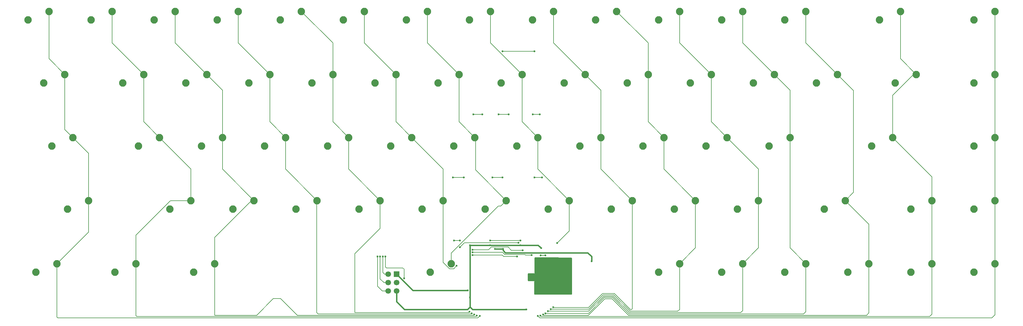
<source format=gbr>
%TF.GenerationSoftware,KiCad,Pcbnew,9.0.1*%
%TF.CreationDate,2025-04-24T13:53:35-06:00*%
%TF.ProjectId,PCBv1,50434276-312e-46b6-9963-61645f706362,rev?*%
%TF.SameCoordinates,Original*%
%TF.FileFunction,Copper,L1,Top*%
%TF.FilePolarity,Positive*%
%FSLAX46Y46*%
G04 Gerber Fmt 4.6, Leading zero omitted, Abs format (unit mm)*
G04 Created by KiCad (PCBNEW 9.0.1) date 2025-04-24 13:53:35*
%MOMM*%
%LPD*%
G01*
G04 APERTURE LIST*
%TA.AperFunction,ComponentPad*%
%ADD10C,2.250000*%
%TD*%
%TA.AperFunction,ComponentPad*%
%ADD11C,1.700000*%
%TD*%
%TA.AperFunction,ComponentPad*%
%ADD12R,1.700000X1.700000*%
%TD*%
%TA.AperFunction,ViaPad*%
%ADD13C,0.600000*%
%TD*%
%TA.AperFunction,Conductor*%
%ADD14C,0.381000*%
%TD*%
%TA.AperFunction,Conductor*%
%ADD15C,0.200000*%
%TD*%
G04 APERTURE END LIST*
D10*
%TO.P,SW61,1,1*%
%TO.N,Net-(D61-A)*%
X100171250Y-146685000D03*
%TO.P,SW61,2,2*%
%TO.N,col1*%
X106521250Y-144145000D03*
%TD*%
%TO.P,SW24,1,1*%
%TO.N,Net-(D24-A)*%
X216852500Y-89535000D03*
%TO.P,SW24,2,2*%
%TO.N,col7*%
X223202500Y-86995000D03*
%TD*%
%TO.P,SW26,1,1*%
%TO.N,Net-(D26-A)*%
X254952500Y-89535000D03*
%TO.P,SW26,2,2*%
%TO.N,col9*%
X261302500Y-86995000D03*
%TD*%
%TO.P,SW27,1,1*%
%TO.N,Net-(D27-A)*%
X274002500Y-89535000D03*
%TO.P,SW27,2,2*%
%TO.N,col10*%
X280352500Y-86995000D03*
%TD*%
%TO.P,SW41,1,1*%
%TO.N,Net-(D41-A)*%
X259715000Y-108585000D03*
%TO.P,SW41,2,2*%
%TO.N,col9*%
X266065000Y-106045000D03*
%TD*%
%TO.P,SW67,1,1*%
%TO.N,Net-(D67-A)*%
X321627500Y-146685000D03*
%TO.P,SW67,2,2*%
%TO.N,col12*%
X327977500Y-144145000D03*
%TD*%
%TO.P,SW56,1,1*%
%TO.N,Net-(D56-A)*%
X288290000Y-127635000D03*
%TO.P,SW56,2,2*%
%TO.N,col10*%
X294640000Y-125095000D03*
%TD*%
%TO.P,SW52,1,1*%
%TO.N,Net-(D52-A)*%
X212090000Y-127635000D03*
%TO.P,SW52,2,2*%
%TO.N,col6*%
X218440000Y-125095000D03*
%TD*%
%TO.P,SW42,1,1*%
%TO.N,Net-(D42-A)*%
X278765000Y-108585000D03*
%TO.P,SW42,2,2*%
%TO.N,col10*%
X285115000Y-106045000D03*
%TD*%
%TO.P,SW3,1,1*%
%TO.N,Net-(D3-A)*%
X93027500Y-70485000D03*
%TO.P,SW3,2,2*%
%TO.N,col1*%
X99377500Y-67945000D03*
%TD*%
%TO.P,SW68,1,1*%
%TO.N,Net-(D68-A)*%
X340677500Y-146685000D03*
%TO.P,SW68,2,2*%
%TO.N,col13*%
X347027500Y-144145000D03*
%TD*%
%TO.P,SW59,1,1*%
%TO.N,Net-(D59-A)*%
X359727500Y-127635000D03*
%TO.P,SW59,2,2*%
%TO.N,col14*%
X366077500Y-125095000D03*
%TD*%
%TO.P,SW31,1,1*%
%TO.N,Net-(D31-A)*%
X359727500Y-89535000D03*
%TO.P,SW31,2,2*%
%TO.N,col14*%
X366077500Y-86995000D03*
%TD*%
%TO.P,SW34,1,1*%
%TO.N,Net-(D34-A)*%
X126365000Y-108585000D03*
%TO.P,SW34,2,2*%
%TO.N,col2*%
X132715000Y-106045000D03*
%TD*%
%TO.P,SW16,1,1*%
%TO.N,Net-(D16-A)*%
X359727500Y-70485000D03*
%TO.P,SW16,2,2*%
%TO.N,col14*%
X366077500Y-67945000D03*
%TD*%
%TO.P,SW66,1,1*%
%TO.N,Net-(D66-A)*%
X302577500Y-146685000D03*
%TO.P,SW66,2,2*%
%TO.N,col11*%
X308927500Y-144145000D03*
%TD*%
%TO.P,SW6,1,1*%
%TO.N,Net-(D6-A)*%
X150177500Y-70485000D03*
%TO.P,SW6,2,2*%
%TO.N,col4*%
X156527500Y-67945000D03*
%TD*%
%TO.P,SW18,1,1*%
%TO.N,Net-(D18-A)*%
X102552500Y-89535000D03*
%TO.P,SW18,2,2*%
%TO.N,col1*%
X108902500Y-86995000D03*
%TD*%
%TO.P,SW8,1,1*%
%TO.N,Net-(D8-A)*%
X188277500Y-70485000D03*
%TO.P,SW8,2,2*%
%TO.N,col6*%
X194627500Y-67945000D03*
%TD*%
%TO.P,SW22,1,1*%
%TO.N,Net-(D22-A)*%
X178752500Y-89535000D03*
%TO.P,SW22,2,2*%
%TO.N,col5*%
X185102500Y-86995000D03*
%TD*%
%TO.P,SW40,1,1*%
%TO.N,Net-(D40-A)*%
X240665000Y-108585000D03*
%TO.P,SW40,2,2*%
%TO.N,col8*%
X247015000Y-106045000D03*
%TD*%
%TO.P,SW53,1,1*%
%TO.N,Net-(D53-A)*%
X231140000Y-127635000D03*
%TO.P,SW53,2,2*%
%TO.N,col7*%
X237490000Y-125095000D03*
%TD*%
%TO.P,SW15,1,1*%
%TO.N,Net-(D15-A)*%
X331152500Y-70485000D03*
%TO.P,SW15,2,2*%
%TO.N,col13*%
X337502500Y-67945000D03*
%TD*%
%TO.P,SW9,1,1*%
%TO.N,Net-(D9-A)*%
X207327500Y-70485000D03*
%TO.P,SW9,2,2*%
%TO.N,col7*%
X213677500Y-67945000D03*
%TD*%
%TO.P,SW20,1,1*%
%TO.N,Net-(D20-A)*%
X140652500Y-89535000D03*
%TO.P,SW20,2,2*%
%TO.N,col3*%
X147002500Y-86995000D03*
%TD*%
%TO.P,SW48,1,1*%
%TO.N,Net-(D48-A)*%
X135890000Y-127635000D03*
%TO.P,SW48,2,2*%
%TO.N,col2*%
X142240000Y-125095000D03*
%TD*%
%TO.P,SW58,1,1*%
%TO.N,Net-(D58-A)*%
X340677500Y-127635000D03*
%TO.P,SW58,2,2*%
%TO.N,col13*%
X347027500Y-125095000D03*
%TD*%
%TO.P,SW60,1,1*%
%TO.N,Net-(D60-A)*%
X76358750Y-146685000D03*
%TO.P,SW60,2,2*%
%TO.N,col0*%
X82708750Y-144145000D03*
%TD*%
%TO.P,SW38,1,1*%
%TO.N,Net-(D38-A)*%
X202565000Y-108585000D03*
%TO.P,SW38,2,2*%
%TO.N,col6*%
X208915000Y-106045000D03*
%TD*%
%TO.P,SW54,1,1*%
%TO.N,Net-(D54-A)*%
X250190000Y-127635000D03*
%TO.P,SW54,2,2*%
%TO.N,col8*%
X256540000Y-125095000D03*
%TD*%
%TO.P,SW65,1,1*%
%TO.N,Net-(D65-A)*%
X283527500Y-146685000D03*
%TO.P,SW65,2,2*%
%TO.N,col10*%
X289877500Y-144145000D03*
%TD*%
%TO.P,SW11,1,1*%
%TO.N,Net-(D11-A)*%
X245427500Y-70485000D03*
%TO.P,SW11,2,2*%
%TO.N,col9*%
X251777500Y-67945000D03*
%TD*%
%TO.P,SW7,1,1*%
%TO.N,Net-(D7-A)*%
X169227500Y-70485000D03*
%TO.P,SW7,2,2*%
%TO.N,col5*%
X175577500Y-67945000D03*
%TD*%
%TO.P,SW12,1,1*%
%TO.N,Net-(D12-A)*%
X264477500Y-70485000D03*
%TO.P,SW12,2,2*%
%TO.N,col10*%
X270827500Y-67945000D03*
%TD*%
%TO.P,SW37,1,1*%
%TO.N,Net-(D37-A)*%
X183515000Y-108585000D03*
%TO.P,SW37,2,2*%
%TO.N,col5*%
X189865000Y-106045000D03*
%TD*%
%TO.P,SW13,1,1*%
%TO.N,Net-(D13-A)*%
X283527500Y-70485000D03*
%TO.P,SW13,2,2*%
%TO.N,col11*%
X289877500Y-67945000D03*
%TD*%
%TO.P,SW51,1,1*%
%TO.N,Net-(D51-A)*%
X193040000Y-127635000D03*
%TO.P,SW51,2,2*%
%TO.N,col5*%
X199390000Y-125095000D03*
%TD*%
%TO.P,SW47,1,1*%
%TO.N,Net-(D47-A)*%
X116840000Y-127635000D03*
%TO.P,SW47,2,2*%
%TO.N,col1*%
X123190000Y-125095000D03*
%TD*%
%TO.P,SW29,1,1*%
%TO.N,Net-(D29-A)*%
X312102500Y-89535000D03*
%TO.P,SW29,2,2*%
%TO.N,col12*%
X318452500Y-86995000D03*
%TD*%
%TO.P,SW21,1,1*%
%TO.N,Net-(D21-A)*%
X159702500Y-89535000D03*
%TO.P,SW21,2,2*%
%TO.N,col4*%
X166052500Y-86995000D03*
%TD*%
%TO.P,SW30,1,1*%
%TO.N,Net-(D30-A)*%
X335915000Y-89535000D03*
%TO.P,SW30,2,2*%
%TO.N,col13*%
X342265000Y-86995000D03*
%TD*%
%TO.P,SW33,1,1*%
%TO.N,Net-(D33-A)*%
X107315000Y-108585000D03*
%TO.P,SW33,2,2*%
%TO.N,col1*%
X113665000Y-106045000D03*
%TD*%
%TO.P,SW35,1,1*%
%TO.N,Net-(D35-A)*%
X145415000Y-108585000D03*
%TO.P,SW35,2,2*%
%TO.N,col3*%
X151765000Y-106045000D03*
%TD*%
%TO.P,SW44,1,1*%
%TO.N,Net-(D44-A)*%
X328771250Y-108585000D03*
%TO.P,SW44,2,2*%
%TO.N,col13*%
X335121250Y-106045000D03*
%TD*%
%TO.P,SW45,1,1*%
%TO.N,Net-(D45-A)*%
X359727500Y-108585000D03*
%TO.P,SW45,2,2*%
%TO.N,col14*%
X366077500Y-106045000D03*
%TD*%
%TO.P,SW14,1,1*%
%TO.N,Net-(D14-A)*%
X302577500Y-70485000D03*
%TO.P,SW14,2,2*%
%TO.N,col12*%
X308927500Y-67945000D03*
%TD*%
%TO.P,SW23,1,1*%
%TO.N,Net-(D23-A)*%
X197802500Y-89535000D03*
%TO.P,SW23,2,2*%
%TO.N,col6*%
X204152500Y-86995000D03*
%TD*%
%TO.P,SW32,1,1*%
%TO.N,Net-(D32-A)*%
X81121250Y-108585000D03*
%TO.P,SW32,2,2*%
%TO.N,col0*%
X87471250Y-106045000D03*
%TD*%
%TO.P,SW49,1,1*%
%TO.N,Net-(D49-A)*%
X154940000Y-127635000D03*
%TO.P,SW49,2,2*%
%TO.N,col3*%
X161290000Y-125095000D03*
%TD*%
%TO.P,SW1,1,1*%
%TO.N,Net-(D2-A)*%
X73977500Y-70485000D03*
%TO.P,SW1,2,2*%
%TO.N,col0*%
X80327500Y-67945000D03*
%TD*%
%TO.P,SW4,1,1*%
%TO.N,Net-(D4-A)*%
X112077500Y-70485000D03*
%TO.P,SW4,2,2*%
%TO.N,col2*%
X118427500Y-67945000D03*
%TD*%
%TO.P,SW63,1,1*%
%TO.N,Net-(D63-A)*%
X195421250Y-146685000D03*
%TO.P,SW63,2,2*%
%TO.N,col6*%
X201771250Y-144145000D03*
%TD*%
%TO.P,SW64,1,1*%
%TO.N,Net-(D64-A)*%
X264477500Y-146685000D03*
%TO.P,SW64,2,2*%
%TO.N,col9*%
X270827500Y-144145000D03*
%TD*%
%TO.P,SW43,1,1*%
%TO.N,Net-(D43-A)*%
X297815000Y-108585000D03*
%TO.P,SW43,2,2*%
%TO.N,col11*%
X304165000Y-106045000D03*
%TD*%
%TO.P,SW25,1,1*%
%TO.N,Net-(D25-A)*%
X235902500Y-89535000D03*
%TO.P,SW25,2,2*%
%TO.N,col8*%
X242252500Y-86995000D03*
%TD*%
%TO.P,SW55,1,1*%
%TO.N,Net-(D55-A)*%
X269240000Y-127635000D03*
%TO.P,SW55,2,2*%
%TO.N,col9*%
X275590000Y-125095000D03*
%TD*%
%TO.P,SW50,1,1*%
%TO.N,Net-(D50-A)*%
X173990000Y-127635000D03*
%TO.P,SW50,2,2*%
%TO.N,col4*%
X180340000Y-125095000D03*
%TD*%
%TO.P,SW28,1,1*%
%TO.N,Net-(D28-A)*%
X293052500Y-89535000D03*
%TO.P,SW28,2,2*%
%TO.N,col11*%
X299402500Y-86995000D03*
%TD*%
%TO.P,SW57,1,1*%
%TO.N,Net-(D57-A)*%
X314483750Y-127635000D03*
%TO.P,SW57,2,2*%
%TO.N,col12*%
X320833750Y-125095000D03*
%TD*%
%TO.P,SW69,1,1*%
%TO.N,Net-(D69-A)*%
X359727500Y-146685000D03*
%TO.P,SW69,2,2*%
%TO.N,col14*%
X366077500Y-144145000D03*
%TD*%
%TO.P,SW5,1,1*%
%TO.N,Net-(D5-A)*%
X131127500Y-70485000D03*
%TO.P,SW5,2,2*%
%TO.N,col3*%
X137477500Y-67945000D03*
%TD*%
%TO.P,SW39,1,1*%
%TO.N,Net-(D39-A)*%
X221615000Y-108585000D03*
%TO.P,SW39,2,2*%
%TO.N,col7*%
X227965000Y-106045000D03*
%TD*%
%TO.P,SW46,1,1*%
%TO.N,Net-(D46-A)*%
X85883750Y-127635000D03*
%TO.P,SW46,2,2*%
%TO.N,col0*%
X92233750Y-125095000D03*
%TD*%
%TO.P,SW62,1,1*%
%TO.N,Net-(D62-A)*%
X123983750Y-146685000D03*
%TO.P,SW62,2,2*%
%TO.N,col2*%
X130333750Y-144145000D03*
%TD*%
%TO.P,SW19,1,1*%
%TO.N,Net-(D19-A)*%
X121602500Y-89535000D03*
%TO.P,SW19,2,2*%
%TO.N,col2*%
X127952500Y-86995000D03*
%TD*%
%TO.P,SW10,1,1*%
%TO.N,Net-(D10-A)*%
X226377500Y-70485000D03*
%TO.P,SW10,2,2*%
%TO.N,col8*%
X232727500Y-67945000D03*
%TD*%
%TO.P,SW36,1,1*%
%TO.N,Net-(D36-A)*%
X164465000Y-108585000D03*
%TO.P,SW36,2,2*%
%TO.N,col4*%
X170815000Y-106045000D03*
%TD*%
%TO.P,SW17,1,1*%
%TO.N,Net-(D17-A)*%
X78740000Y-89535000D03*
%TO.P,SW17,2,2*%
%TO.N,col0*%
X85090000Y-86995000D03*
%TD*%
D11*
%TO.P,J1,1,MISO*%
%TO.N,MISO*%
X182747225Y-152364145D03*
%TO.P,J1,2,VCC*%
%TO.N,+5V*%
X185287225Y-152364145D03*
%TO.P,J1,3,SCK*%
%TO.N,SCK*%
X182747225Y-149824145D03*
%TO.P,J1,4,MOSI*%
%TO.N,MOSI*%
X185287225Y-149824145D03*
%TO.P,J1,5,~{RST}*%
%TO.N,RESET*%
X182747225Y-147284145D03*
D12*
%TO.P,J1,6,GND*%
%TO.N,GND*%
X185287225Y-147284145D03*
%TD*%
D13*
%TO.N,GND*%
X234739000Y-145745200D03*
X215011000Y-139700000D03*
X244221000Y-143383000D03*
X237617000Y-150241000D03*
X206827500Y-152212500D03*
X237617000Y-147904200D03*
X217505714Y-139681786D03*
X227965000Y-148082000D03*
%TO.N,+5V*%
X222758000Y-138557000D03*
X207518000Y-138557000D03*
X213614000Y-138557000D03*
X224514500Y-157988000D03*
X228981000Y-139446000D03*
X207518000Y-154305000D03*
%TO.N,row0*%
X217285485Y-79998485D03*
X226949000Y-80010000D03*
%TO.N,row1*%
X208534000Y-99060000D03*
X219202000Y-99060000D03*
X211201000Y-99060000D03*
X226441000Y-99060000D03*
X216154000Y-99060000D03*
X228600000Y-99060000D03*
%TO.N,row2*%
X214249000Y-118110000D03*
X205613000Y-118110000D03*
X217297000Y-118110000D03*
X226949000Y-118110000D03*
X229235000Y-118110000D03*
X202311000Y-118110000D03*
%TO.N,row3*%
X202693000Y-137160000D03*
X204470000Y-137160000D03*
X213614000Y-137160000D03*
X222758000Y-137160000D03*
%TO.N,SCK*%
X208275480Y-139926882D03*
X180340000Y-141986000D03*
X223435091Y-140089418D03*
%TO.N,MISO*%
X179539997Y-141986000D03*
X222123000Y-137866500D03*
X204460225Y-139195133D03*
%TO.N,RESET*%
X230251000Y-141605000D03*
X181140003Y-141986000D03*
X208280062Y-140726872D03*
X226115500Y-141533500D03*
X228841500Y-141605000D03*
%TO.N,MOSI*%
X208279963Y-141526874D03*
X187579000Y-148590000D03*
X221742000Y-141986000D03*
X181940006Y-141986000D03*
%TO.N,col0*%
X210439000Y-159930250D03*
%TO.N,col1*%
X209532609Y-159823862D03*
%TO.N,col2*%
X208788000Y-159529250D03*
%TO.N,col3*%
X208007873Y-159128250D03*
%TO.N,col4*%
X207332453Y-158699516D03*
%TO.N,col5*%
X203393235Y-144805765D03*
%TO.N,col7*%
X233807000Y-137922000D03*
%TO.N,col8*%
X232627630Y-157301775D03*
%TO.N,col9*%
X231902000Y-157901775D03*
%TO.N,col10*%
X231036114Y-158528250D03*
%TO.N,col11*%
X230251000Y-159128250D03*
%TO.N,col12*%
X229554019Y-159529250D03*
%TO.N,col13*%
X228756536Y-159814169D03*
%TO.N,col14*%
X227965000Y-159930250D03*
%TD*%
D14*
%TO.N,GND*%
X217505714Y-139681786D02*
X215029214Y-139681786D01*
X218186000Y-140843000D02*
X217487500Y-140144500D01*
X244221000Y-141986000D02*
X243078000Y-140843000D01*
X244221000Y-143383000D02*
X244221000Y-141986000D01*
X217487500Y-140144500D02*
X217487500Y-139700000D01*
X217487500Y-139700000D02*
X217505714Y-139681786D01*
X185287225Y-147314225D02*
X185287225Y-147284145D01*
X190185500Y-152212500D02*
X185287225Y-147314225D01*
X215029214Y-139681786D02*
X215011000Y-139700000D01*
X206827500Y-152212500D02*
X190185500Y-152212500D01*
X243078000Y-140843000D02*
X218186000Y-140843000D01*
%TO.N,+5V*%
X207518000Y-154305000D02*
X207518000Y-157226000D01*
X187706000Y-157988000D02*
X185287225Y-155569225D01*
X206756000Y-157988000D02*
X187706000Y-157988000D01*
X207518000Y-138557000D02*
X213614000Y-138557000D01*
X207518000Y-138557000D02*
X207518000Y-154305000D01*
X213614000Y-138557000D02*
X222758000Y-138557000D01*
X208280000Y-157988000D02*
X224514500Y-157988000D01*
X207518000Y-157226000D02*
X206756000Y-157988000D01*
X222758000Y-138557000D02*
X228092000Y-138557000D01*
X228092000Y-138557000D02*
X228981000Y-139446000D01*
X207518000Y-157226000D02*
X208280000Y-157988000D01*
X185287225Y-155569225D02*
X185287225Y-152364145D01*
D15*
%TO.N,row0*%
X217285485Y-79998485D02*
X217297000Y-80010000D01*
X217297000Y-80010000D02*
X226949000Y-80010000D01*
%TO.N,row1*%
X226441000Y-99060000D02*
X228600000Y-99060000D01*
X211201000Y-99060000D02*
X208534000Y-99060000D01*
X219202000Y-99060000D02*
X216154000Y-99060000D01*
%TO.N,row2*%
X226949000Y-118110000D02*
X229235000Y-118110000D01*
X205613000Y-118110000D02*
X202311000Y-118110000D01*
X217297000Y-118110000D02*
X214249000Y-118110000D01*
%TO.N,row3*%
X204470000Y-137160000D02*
X202693000Y-137160000D01*
X213614000Y-137160000D02*
X222758000Y-137160000D01*
%TO.N,SCK*%
X180340000Y-141986000D02*
X180340000Y-148717000D01*
X223426673Y-140081000D02*
X219964000Y-140081000D01*
X213094061Y-139926882D02*
X208275480Y-139926882D01*
X213940157Y-139080786D02*
X213094061Y-139926882D01*
X180340000Y-148717000D02*
X181447145Y-149824145D01*
X182584370Y-149987000D02*
X182747225Y-149824145D01*
X218963786Y-139080786D02*
X213940157Y-139080786D01*
X181447145Y-149824145D02*
X182747225Y-149824145D01*
X223435091Y-140089418D02*
X223426673Y-140081000D01*
X219964000Y-140081000D02*
X218963786Y-139080786D01*
%TO.N,MISO*%
X182336145Y-152364145D02*
X182747225Y-152364145D01*
X205788858Y-137866500D02*
X204460225Y-139195133D01*
X222123000Y-137866500D02*
X205788858Y-137866500D01*
X179539997Y-150964997D02*
X180939145Y-152364145D01*
X180939145Y-152364145D02*
X182747225Y-152364145D01*
X179539997Y-141986000D02*
X179539997Y-150964997D01*
%TO.N,RESET*%
X224210500Y-141533500D02*
X224062000Y-141385000D01*
X181140003Y-141986000D02*
X181140003Y-146773997D01*
X226115500Y-141533500D02*
X224210500Y-141533500D01*
X217966000Y-141385000D02*
X217307872Y-140726872D01*
X217307872Y-140726872D02*
X208280062Y-140726872D01*
X181140003Y-146773997D02*
X181650151Y-147284145D01*
X228841500Y-141605000D02*
X230251000Y-141605000D01*
X224062000Y-141385000D02*
X217966000Y-141385000D01*
X181650151Y-147284145D02*
X182747225Y-147284145D01*
%TO.N,MOSI*%
X217218874Y-141526874D02*
X208279963Y-141526874D01*
X181940006Y-145110006D02*
X182245000Y-145415000D01*
X187579000Y-145796000D02*
X187579000Y-148590000D01*
X182245000Y-145415000D02*
X187198000Y-145415000D01*
X187198000Y-145415000D02*
X187579000Y-145796000D01*
X221742000Y-141986000D02*
X217678000Y-141986000D01*
X217678000Y-141986000D02*
X217218874Y-141526874D01*
X181940006Y-141986000D02*
X181940006Y-145110006D01*
%TO.N,col0*%
X209839000Y-160530250D02*
X82931000Y-160530250D01*
X82708750Y-160308000D02*
X82708750Y-144145000D01*
X210439000Y-159930250D02*
X209839000Y-160530250D01*
X85090000Y-86995000D02*
X85090000Y-103663750D01*
X92233750Y-125095000D02*
X92233750Y-134620000D01*
X87471250Y-106045000D02*
X92233750Y-110807500D01*
X92233750Y-134620000D02*
X82708750Y-144145000D01*
X80327500Y-82232500D02*
X85090000Y-86995000D01*
X92233750Y-110807500D02*
X92233750Y-125095000D01*
X85090000Y-103663750D02*
X87471250Y-106045000D01*
X82931000Y-160530250D02*
X82708750Y-160308000D01*
X80327500Y-67945000D02*
X80327500Y-82232500D01*
%TO.N,col1*%
X106521250Y-159843500D02*
X106807000Y-160129250D01*
X209227221Y-160129250D02*
X209532609Y-159823862D01*
X106521250Y-144145000D02*
X106521250Y-159843500D01*
X108902500Y-86995000D02*
X108902500Y-101282500D01*
X99377500Y-77470000D02*
X108902500Y-86995000D01*
X106807000Y-160129250D02*
X209227221Y-160129250D01*
X113665000Y-106045000D02*
X123190000Y-115570000D01*
X108902500Y-101282500D02*
X113665000Y-106045000D01*
X116998750Y-125095000D02*
X106521250Y-135572500D01*
X123190000Y-115570000D02*
X123190000Y-125095000D01*
X123190000Y-125095000D02*
X116998750Y-125095000D01*
X106521250Y-135572500D02*
X106521250Y-144145000D01*
X99377500Y-67945000D02*
X99377500Y-77470000D01*
%TO.N,col2*%
X155293520Y-159728250D02*
X150251270Y-154686000D01*
X132715000Y-106045000D02*
X132715000Y-115570000D01*
X143039750Y-159728250D02*
X130429000Y-159728250D01*
X208788000Y-159529250D02*
X208589000Y-159728250D01*
X142240000Y-125095000D02*
X141433826Y-125095000D01*
X130333750Y-136195076D02*
X130333750Y-144145000D01*
X130429000Y-159728250D02*
X130333750Y-159633000D01*
X208589000Y-159728250D02*
X155293520Y-159728250D01*
X130333750Y-159633000D02*
X130333750Y-144145000D01*
X150251270Y-154686000D02*
X148082000Y-154686000D01*
X132715000Y-115570000D02*
X142240000Y-125095000D01*
X127952500Y-86995000D02*
X132715000Y-91757500D01*
X148082000Y-154686000D02*
X143039750Y-159728250D01*
X141433826Y-125095000D02*
X130333750Y-136195076D01*
X118427500Y-67945000D02*
X118427500Y-77470000D01*
X132715000Y-91757500D02*
X132715000Y-106045000D01*
X118427500Y-77470000D02*
X127952500Y-86995000D01*
%TO.N,col3*%
X161613250Y-159327250D02*
X161925000Y-159327250D01*
X151765000Y-106045000D02*
X151765000Y-115570000D01*
X161163000Y-125222000D02*
X161163000Y-158877000D01*
X151765000Y-115570000D02*
X161290000Y-125095000D01*
X147002500Y-86995000D02*
X147002500Y-101282500D01*
X207808873Y-159327250D02*
X208007873Y-159128250D01*
X137477500Y-77470000D02*
X147002500Y-86995000D01*
X147002500Y-101282500D02*
X151765000Y-106045000D01*
X161925000Y-159327250D02*
X206883000Y-159327250D01*
X161163000Y-158877000D02*
X161613250Y-159327250D01*
X161290000Y-125095000D02*
X161163000Y-125222000D01*
X206883000Y-159327250D02*
X207808873Y-159327250D01*
X137477500Y-67945000D02*
X137477500Y-77470000D01*
%TO.N,col4*%
X166052500Y-101282500D02*
X170815000Y-106045000D01*
X170815000Y-106045000D02*
X170815000Y-115570000D01*
X207105719Y-158926250D02*
X207332453Y-158699516D01*
X166052500Y-77470000D02*
X166052500Y-86995000D01*
X172720000Y-141097000D02*
X172720000Y-158926250D01*
X180340000Y-133477000D02*
X172720000Y-141097000D01*
X170815000Y-115570000D02*
X180340000Y-125095000D01*
X156527500Y-67945000D02*
X166052500Y-77470000D01*
X166052500Y-86995000D02*
X166052500Y-101282500D01*
X172720000Y-158926250D02*
X207105719Y-158926250D01*
X180340000Y-125095000D02*
X180340000Y-133477000D01*
%TO.N,col5*%
X189865000Y-106045000D02*
X199390000Y-115570000D01*
X201278581Y-145669000D02*
X199390000Y-143780419D01*
X175577500Y-77470000D02*
X185102500Y-86995000D01*
X175577500Y-67945000D02*
X175577500Y-77470000D01*
X185102500Y-86995000D02*
X185102500Y-101282500D01*
X199390000Y-143780419D02*
X199390000Y-125095000D01*
X203393235Y-144805765D02*
X202530000Y-145669000D01*
X202530000Y-145669000D02*
X201278581Y-145669000D01*
X199390000Y-115570000D02*
X199390000Y-125095000D01*
X185102500Y-101282500D02*
X189865000Y-106045000D01*
%TO.N,col6*%
X216789000Y-126746000D02*
X216012811Y-126746000D01*
X204152500Y-86995000D02*
X204152500Y-101282500D01*
X204152500Y-101282500D02*
X208915000Y-106045000D01*
X209169000Y-106299000D02*
X209169000Y-115824000D01*
X218440000Y-125095000D02*
X216789000Y-126746000D01*
X194627500Y-67945000D02*
X194627500Y-77470000D01*
X194627500Y-77470000D02*
X204152500Y-86995000D01*
X216012811Y-126746000D02*
X201771250Y-140987561D01*
X201771250Y-140987561D02*
X201771250Y-144145000D01*
X208915000Y-106045000D02*
X209169000Y-106299000D01*
X209169000Y-115824000D02*
X218440000Y-125095000D01*
%TO.N,col7*%
X227965000Y-106045000D02*
X227965000Y-115570000D01*
X227965000Y-115570000D02*
X237490000Y-125095000D01*
X213677500Y-77470000D02*
X223202500Y-86995000D01*
X237490000Y-134239000D02*
X233807000Y-137922000D01*
X213677500Y-67945000D02*
X213677500Y-77470000D01*
X223202500Y-101282500D02*
X227965000Y-106045000D01*
X237490000Y-125095000D02*
X237490000Y-134239000D01*
X223202500Y-86995000D02*
X223202500Y-101282500D01*
%TO.N,col8*%
X255905000Y-157988000D02*
X256290625Y-157988000D01*
X247015000Y-115570000D02*
X256540000Y-125095000D01*
X232727500Y-77470000D02*
X242252500Y-86995000D01*
X251079000Y-153162000D02*
X255905000Y-157988000D01*
X242252500Y-86995000D02*
X247015000Y-91757500D01*
X243332000Y-157353000D02*
X247523000Y-153162000D01*
X247015000Y-91757500D02*
X247015000Y-106045000D01*
X232627630Y-157301775D02*
X232678855Y-157353000D01*
X247523000Y-153162000D02*
X251079000Y-153162000D01*
X247015000Y-106045000D02*
X247015000Y-115570000D01*
X256290625Y-157988000D02*
X256540000Y-157738625D01*
X232727500Y-67945000D02*
X232727500Y-77470000D01*
X232678855Y-157353000D02*
X243332000Y-157353000D01*
X256540000Y-157738625D02*
X256540000Y-125095000D01*
%TO.N,col9*%
X232877573Y-157901775D02*
X243350325Y-157901775D01*
X270256000Y-158525250D02*
X270827500Y-157953750D01*
X261302500Y-101282500D02*
X266065000Y-106045000D01*
X243350325Y-157901775D02*
X247689100Y-153563000D01*
X251777500Y-67945000D02*
X261302500Y-77470000D01*
X231902000Y-157901775D02*
X232377687Y-157901775D01*
X232377687Y-157901775D02*
X232378687Y-157902775D01*
X266065000Y-115570000D02*
X275590000Y-125095000D01*
X261302500Y-77470000D02*
X261302500Y-86995000D01*
X266065000Y-106045000D02*
X266065000Y-115570000D01*
X232876573Y-157902775D02*
X232877573Y-157901775D01*
X275590000Y-139382500D02*
X270827500Y-144145000D01*
X261302500Y-86995000D02*
X261302500Y-101282500D01*
X232378687Y-157902775D02*
X232876573Y-157902775D01*
X250912900Y-153563000D02*
X255875150Y-158525250D01*
X275590000Y-125095000D02*
X275590000Y-139382500D01*
X270827500Y-157953750D02*
X270827500Y-144145000D01*
X255875150Y-158525250D02*
X270256000Y-158525250D01*
X247689100Y-153563000D02*
X250912900Y-153563000D01*
%TO.N,col10*%
X247855200Y-153964000D02*
X250746800Y-153964000D01*
X250746800Y-153964000D02*
X255709050Y-158926250D01*
X243301506Y-158517694D02*
X247855200Y-153964000D01*
X285115000Y-106045000D02*
X294640000Y-115570000D01*
X280352500Y-86995000D02*
X280352500Y-101282500D01*
X231036114Y-158528250D02*
X231046670Y-158517694D01*
X280352500Y-101282500D02*
X285115000Y-106045000D01*
X270827500Y-67945000D02*
X270827500Y-77470000D01*
X294640000Y-139382500D02*
X289877500Y-144145000D01*
X255709050Y-158926250D02*
X289306000Y-158926250D01*
X294640000Y-115570000D02*
X294640000Y-125095000D01*
X289877500Y-158354750D02*
X289877500Y-144145000D01*
X289306000Y-158926250D02*
X289877500Y-158354750D01*
X294640000Y-125095000D02*
X294640000Y-139382500D01*
X231046670Y-158517694D02*
X243301506Y-158517694D01*
X270827500Y-77470000D02*
X280352500Y-86995000D01*
%TO.N,col11*%
X308229000Y-159327250D02*
X308927500Y-158628750D01*
X230251000Y-159128250D02*
X230786171Y-159128250D01*
X242699750Y-159128250D02*
X242702500Y-159131000D01*
X304165000Y-106045000D02*
X304165000Y-139382500D01*
X243255300Y-159131000D02*
X248021300Y-154365000D01*
X299402500Y-86995000D02*
X304165000Y-91757500D01*
X230787171Y-159129250D02*
X231285057Y-159129250D01*
X250580700Y-154365000D02*
X255542950Y-159327250D01*
X231286057Y-159128250D02*
X242699750Y-159128250D01*
X242702500Y-159131000D02*
X243255300Y-159131000D01*
X255542950Y-159327250D02*
X308229000Y-159327250D01*
X289877500Y-67945000D02*
X289877500Y-77470000D01*
X289877500Y-77470000D02*
X299402500Y-86995000D01*
X248021300Y-154365000D02*
X250580700Y-154365000D01*
X230786171Y-159128250D02*
X230787171Y-159129250D01*
X304165000Y-139382500D02*
X308927500Y-144145000D01*
X308927500Y-158628750D02*
X308927500Y-144145000D01*
X304165000Y-91757500D02*
X304165000Y-106045000D01*
X231285057Y-159129250D02*
X231286057Y-159128250D01*
%TO.N,col12*%
X308927500Y-77470000D02*
X318452500Y-86995000D01*
X243225150Y-159728250D02*
X248187400Y-154766000D01*
X327279000Y-159728250D02*
X327977500Y-159029750D01*
X308927500Y-67945000D02*
X308927500Y-77470000D01*
X250414600Y-154766000D02*
X255376850Y-159728250D01*
X327977500Y-132238750D02*
X327977500Y-144145000D01*
X255376850Y-159728250D02*
X327279000Y-159728250D01*
X229554019Y-159529250D02*
X229753019Y-159728250D01*
X229753019Y-159728250D02*
X243225150Y-159728250D01*
X327977500Y-159029750D02*
X327977500Y-144145000D01*
X318452500Y-86995000D02*
X323342000Y-91884500D01*
X320833750Y-125095000D02*
X327977500Y-132238750D01*
X323342000Y-122586750D02*
X320833750Y-125095000D01*
X248187400Y-154766000D02*
X250414600Y-154766000D01*
X323342000Y-91884500D02*
X323342000Y-122586750D01*
%TO.N,col13*%
X346329000Y-160129250D02*
X264795000Y-160129250D01*
X337502500Y-82232500D02*
X342265000Y-86995000D01*
X341458826Y-86995000D02*
X335121250Y-93332576D01*
X347027500Y-125095000D02*
X347027500Y-144145000D01*
X337502500Y-67945000D02*
X337502500Y-82232500D01*
X229071617Y-160129250D02*
X228756536Y-159814169D01*
X347027500Y-159430750D02*
X346329000Y-160129250D01*
X347027500Y-117951250D02*
X347027500Y-125095000D01*
X335121250Y-93332576D02*
X335121250Y-106045000D01*
X347027500Y-144145000D02*
X347027500Y-159430750D01*
X342265000Y-86995000D02*
X341458826Y-86995000D01*
X264795000Y-160129250D02*
X229071617Y-160129250D01*
X335121250Y-106045000D02*
X347027500Y-117951250D01*
%TO.N,col14*%
X366077500Y-159577750D02*
X366077500Y-144145000D01*
X366077500Y-67945000D02*
X366077500Y-86995000D01*
X365125000Y-160530250D02*
X366077500Y-159577750D01*
X228565000Y-160530250D02*
X365125000Y-160530250D01*
X366077500Y-125095000D02*
X366077500Y-144145000D01*
X227965000Y-159930250D02*
X228565000Y-160530250D01*
X366077500Y-106045000D02*
X366077500Y-125095000D01*
X366077500Y-86995000D02*
X366077500Y-106045000D01*
%TD*%
%TA.AperFunction,Conductor*%
%TO.N,GND*%
G36*
X228643000Y-147142200D02*
G01*
X228643000Y-152222200D01*
X226992000Y-149428200D01*
X226910663Y-149428200D01*
X225172211Y-149428200D01*
X225148020Y-149425817D01*
X225132744Y-149422778D01*
X225107656Y-149417788D01*
X225062956Y-149399272D01*
X225039086Y-149383322D01*
X225004877Y-149349113D01*
X224988927Y-149325243D01*
X224970412Y-149280546D01*
X224962381Y-149240171D01*
X224960000Y-149215989D01*
X224960000Y-147234696D01*
X224962486Y-147209990D01*
X224970864Y-147168799D01*
X224990170Y-147123304D01*
X225006757Y-147099161D01*
X225042300Y-147064823D01*
X225067001Y-147049077D01*
X225113133Y-147031351D01*
X225154588Y-147024397D01*
X225179363Y-147022764D01*
X228643000Y-147142200D01*
G37*
%TD.AperFunction*%
%TD*%
%TA.AperFunction,Conductor*%
%TO.N,GND*%
G36*
X228571604Y-142206948D02*
G01*
X228617662Y-142216378D01*
X228651756Y-142230501D01*
X228651760Y-142230501D01*
X228651761Y-142230502D01*
X228777428Y-142255500D01*
X228777431Y-142255500D01*
X228905571Y-142255500D01*
X229031239Y-142230502D01*
X229031239Y-142230501D01*
X229031244Y-142230501D01*
X229051005Y-142222315D01*
X229099849Y-142212883D01*
X230020408Y-142223227D01*
X230054947Y-142230321D01*
X230055429Y-142228733D01*
X230061263Y-142230503D01*
X230186928Y-142255500D01*
X230186931Y-142255500D01*
X230315070Y-142255500D01*
X230345269Y-142249492D01*
X230440218Y-142230605D01*
X230465795Y-142228231D01*
X238081047Y-142313795D01*
X238112854Y-142318316D01*
X238164524Y-142332681D01*
X238219480Y-142364961D01*
X238245391Y-142391166D01*
X238277053Y-142446482D01*
X238290835Y-142498304D01*
X238295000Y-142530174D01*
X238295000Y-153279989D01*
X238292617Y-153304182D01*
X238284588Y-153344544D01*
X238266072Y-153389243D01*
X238250122Y-153413113D01*
X238215913Y-153447322D01*
X238192043Y-153463272D01*
X238147344Y-153481788D01*
X238130841Y-153485070D01*
X238106978Y-153489817D01*
X238082789Y-153492200D01*
X227079560Y-153492200D01*
X227055198Y-153489783D01*
X227034504Y-153485636D01*
X227014564Y-153481641D01*
X226969606Y-153462871D01*
X226945643Y-153446713D01*
X226911387Y-153412069D01*
X226896366Y-153389243D01*
X226895502Y-153387929D01*
X226877238Y-153342762D01*
X226869553Y-153302039D01*
X226867410Y-153277651D01*
X226908507Y-149620101D01*
X226908506Y-149620095D01*
X226910663Y-149428200D01*
X226910662Y-149428200D01*
X226989615Y-142401392D01*
X226992267Y-142377248D01*
X227000753Y-142336956D01*
X227019768Y-142292475D01*
X227035985Y-142268785D01*
X227070578Y-142234960D01*
X227094623Y-142219281D01*
X227139525Y-142201270D01*
X227179987Y-142193693D01*
X227204198Y-142191584D01*
X228571604Y-142206948D01*
G37*
%TD.AperFunction*%
%TD*%
M02*

</source>
